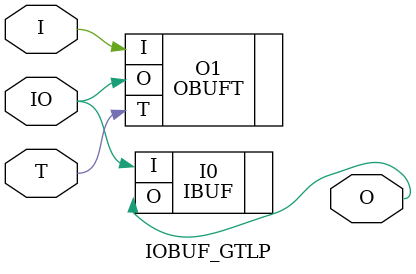
<source format=v>


`timescale  1 ps / 1 ps


module IOBUF_GTLP (O, IO, I, T);

    output O;

    inout  IO;

    input  I, T;

        OBUFT #(.IOSTANDARD("GTLP") ) O1 (.O(IO), .I(I), .T(T)); 
	IBUF #(.IOSTANDARD("GTLP"))  I0 (.O(O), .I(IO));
        

endmodule



</source>
